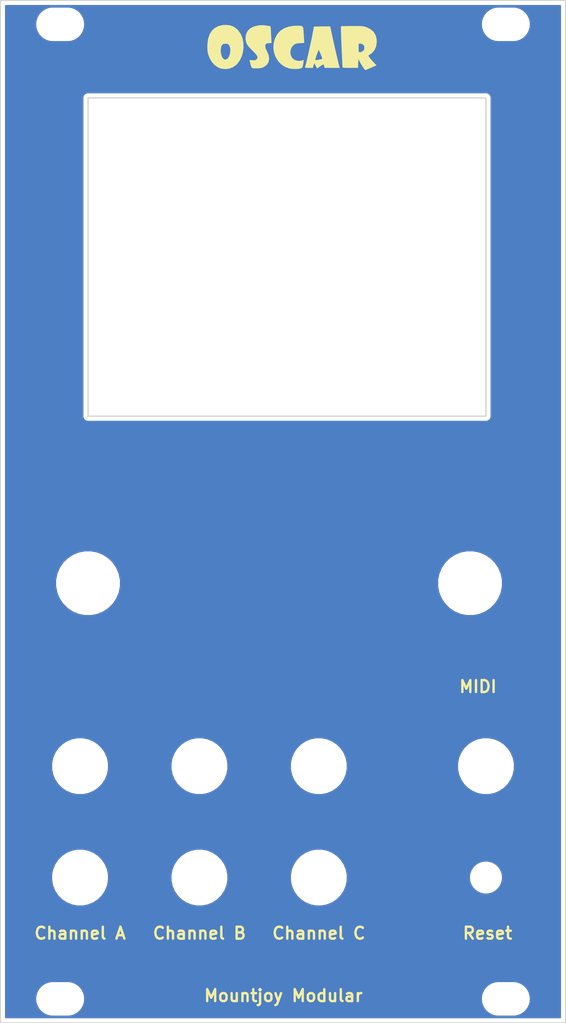
<source format=kicad_pcb>
(kicad_pcb (version 20171130) (host pcbnew "(5.1.4)-1")

  (general
    (thickness 1.6)
    (drawings 31)
    (tracks 0)
    (zones 0)
    (modules 15)
    (nets 1)
  )

  (page A4)
  (layers
    (0 F.Cu signal hide)
    (31 B.Cu signal hide)
    (34 B.Paste user)
    (35 F.Paste user)
    (36 B.SilkS user)
    (37 F.SilkS user)
    (38 B.Mask user)
    (39 F.Mask user)
    (40 Dwgs.User user)
    (41 Cmts.User user)
    (42 Eco1.User user hide)
    (43 Eco2.User user)
    (44 Edge.Cuts user)
    (45 Margin user)
    (46 B.CrtYd user)
    (47 F.CrtYd user)
    (48 B.Fab user)
    (49 F.Fab user hide)
  )

  (setup
    (last_trace_width 0.25)
    (user_trace_width 0.25)
    (user_trace_width 0.3)
    (user_trace_width 0.4)
    (trace_clearance 0.2)
    (zone_clearance 0.508)
    (zone_45_only no)
    (trace_min 0.2)
    (via_size 0.8)
    (via_drill 0.4)
    (via_min_size 0.4)
    (via_min_drill 0.3)
    (blind_buried_vias_allowed yes)
    (uvia_size 0.3)
    (uvia_drill 0.1)
    (uvias_allowed no)
    (uvia_min_size 0.2)
    (uvia_min_drill 0.1)
    (edge_width 0.05)
    (segment_width 0.2)
    (pcb_text_width 0.3)
    (pcb_text_size 1.5 1.5)
    (mod_edge_width 0.12)
    (mod_text_size 1 1)
    (mod_text_width 0.15)
    (pad_size 1.524 1.524)
    (pad_drill 0.762)
    (pad_to_mask_clearance 0.051)
    (solder_mask_min_width 0.25)
    (aux_axis_origin 0 0)
    (visible_elements 7FFFFF7F)
    (pcbplotparams
      (layerselection 0x010fc_ffffffff)
      (usegerberextensions false)
      (usegerberattributes false)
      (usegerberadvancedattributes false)
      (creategerberjobfile false)
      (excludeedgelayer true)
      (linewidth 0.100000)
      (plotframeref false)
      (viasonmask false)
      (mode 1)
      (useauxorigin false)
      (hpglpennumber 1)
      (hpglpenspeed 20)
      (hpglpendiameter 15.000000)
      (psnegative false)
      (psa4output false)
      (plotreference true)
      (plotvalue true)
      (plotinvisibletext false)
      (padsonsilk false)
      (subtractmaskfromsilk false)
      (outputformat 1)
      (mirror false)
      (drillshape 0)
      (scaleselection 1)
      (outputdirectory "Gerbers/"))
  )

  (net 0 "")

  (net_class Default "This is the default net class."
    (clearance 0.2)
    (trace_width 0.25)
    (via_dia 0.8)
    (via_drill 0.4)
    (uvia_dia 0.3)
    (uvia_drill 0.1)
  )

  (module oscar_logo:oscar_logo (layer F.Cu) (tedit 0) (tstamp 5D723FDB)
    (at 162.6 46.9)
    (fp_text reference G*** (at 0 0) (layer F.SilkS) hide
      (effects (font (size 1.524 1.524) (thickness 0.3)))
    )
    (fp_text value LOGO (at 0.75 0) (layer F.SilkS) hide
      (effects (font (size 1.524 1.524) (thickness 0.3)))
    )
    (fp_poly (pts (xy 3.492723 -2.89082) (xy 3.719085 -2.885212) (xy 3.835946 -2.875048) (xy 3.846286 -2.870052)
      (xy 3.862148 -2.761557) (xy 3.906688 -2.532083) (xy 3.975333 -2.201932) (xy 4.063511 -1.791408)
      (xy 4.166651 -1.320816) (xy 4.280181 -0.810457) (xy 4.399529 -0.280637) (xy 4.520123 0.248341)
      (xy 4.637392 0.756174) (xy 4.746764 1.222559) (xy 4.843667 1.627192) (xy 4.923529 1.949768)
      (xy 4.978688 2.159) (xy 5.024357 2.322286) (xy 3.132104 2.322286) (xy 3.084286 2.104571)
      (xy 3.034002 1.95229) (xy 2.979016 1.886902) (xy 2.977806 1.886857) (xy 2.891248 1.925162)
      (xy 2.725199 2.024766) (xy 2.549627 2.14104) (xy 2.18011 2.395223) (xy 2.005281 2.051214)
      (xy 1.830451 1.707206) (xy 1.73831 2.014746) (xy 1.646168 2.322286) (xy 1.141891 2.322286)
      (xy 0.864295 2.314913) (xy 0.712723 2.290416) (xy 0.668694 2.245228) (xy 0.671821 2.231571)
      (xy 0.715987 2.0848) (xy 0.784719 1.819926) (xy 0.87258 1.460853) (xy 0.90499 1.32382)
      (xy 1.964721 1.32382) (xy 2.017961 1.36401) (xy 2.112872 1.350605) (xy 2.302455 1.314611)
      (xy 2.536867 1.274189) (xy 2.564868 1.269631) (xy 2.743124 1.231652) (xy 2.811131 1.173125)
      (xy 2.803018 1.058629) (xy 2.796169 1.029593) (xy 2.739441 0.856244) (xy 2.643335 0.614896)
      (xy 2.564077 0.435428) (xy 2.379553 0.036286) (xy 2.200744 0.505949) (xy 2.102413 0.778346)
      (xy 2.0223 1.025619) (xy 1.98084 1.181087) (xy 1.964721 1.32382) (xy 0.90499 1.32382)
      (xy 0.974133 1.031485) (xy 1.083941 0.555729) (xy 1.19657 0.057487) (xy 1.306582 -0.439333)
      (xy 1.408541 -0.910829) (xy 1.49701 -1.333095) (xy 1.566555 -1.682226) (xy 1.588235 -1.79813)
      (xy 1.78273 -2.866572) (xy 2.814508 -2.886707) (xy 3.182613 -2.891457) (xy 3.492723 -2.89082)) (layer F.SilkS) (width 0.01))
    (fp_poly (pts (xy -4.585014 -3.037943) (xy -4.333503 -3.011954) (xy -4.072858 -2.976312) (xy -3.8461 -2.937292)
      (xy -3.696247 -2.90117) (xy -3.661667 -2.884202) (xy -3.653214 -2.809447) (xy -3.639683 -2.615989)
      (xy -3.6227 -2.330111) (xy -3.603891 -1.978098) (xy -3.596601 -1.832429) (xy -3.545796 -0.798286)
      (xy -3.836 -0.798286) (xy -4.115927 -0.760911) (xy -4.283972 -0.645575) (xy -4.341285 -0.447466)
      (xy -4.289017 -0.161768) (xy -4.128317 0.216333) (xy -4.094238 0.282639) (xy -3.900898 0.761007)
      (xy -3.840798 1.196306) (xy -3.911922 1.581424) (xy -4.112253 1.909247) (xy -4.439773 2.172665)
      (xy -4.661374 2.282536) (xy -4.884354 2.340073) (xy -5.191375 2.376167) (xy -5.522516 2.387832)
      (xy -5.817852 2.372083) (xy -5.957242 2.347096) (xy -6.046107 2.259081) (xy -6.129138 2.067653)
      (xy -6.155078 1.974515) (xy -6.214025 1.736454) (xy -6.266057 1.535788) (xy -6.281518 1.479665)
      (xy -6.296665 1.390999) (xy -6.25408 1.350867) (xy -6.12197 1.347832) (xy -5.95467 1.362091)
      (xy -5.700456 1.371618) (xy -5.535669 1.333363) (xy -5.440845 1.268179) (xy -5.327236 1.132366)
      (xy -5.294772 0.987491) (xy -5.351096 0.815717) (xy -5.503849 0.599205) (xy -5.760674 0.320118)
      (xy -5.911129 0.170442) (xy -6.241081 -0.162883) (xy -6.476054 -0.432977) (xy -6.633134 -0.668849)
      (xy -6.729404 -0.899508) (xy -6.781949 -1.153964) (xy -6.800274 -1.339292) (xy -6.769033 -1.806889)
      (xy -6.604793 -2.217696) (xy -6.31 -2.566089) (xy -6.241143 -2.623414) (xy -5.958772 -2.787409)
      (xy -5.584877 -2.923142) (xy -5.172508 -3.015152) (xy -4.784372 -3.048) (xy -4.585014 -3.037943)) (layer F.SilkS) (width 0.01))
    (fp_poly (pts (xy -0.028949 -2.969694) (xy 0.201206 -2.945859) (xy 0.339841 -2.885978) (xy 0.413758 -2.773097)
      (xy 0.44976 -2.590264) (xy 0.464123 -2.442132) (xy 0.487713 -2.139377) (xy 0.512731 -1.770214)
      (xy 0.533861 -1.41322) (xy 0.534324 -1.404559) (xy 0.56581 -0.813404) (xy 0.032587 -0.786478)
      (xy -0.305249 -0.75581) (xy -0.539393 -0.697997) (xy -0.70389 -0.608047) (xy -0.961386 -0.339609)
      (xy -1.118617 -0.013994) (xy -1.176861 0.338123) (xy -1.137396 0.686068) (xy -1.001502 0.999166)
      (xy -0.770457 1.246742) (xy -0.622889 1.334845) (xy -0.27139 1.435381) (xy 0.103213 1.435414)
      (xy 0.321847 1.380653) (xy 0.424154 1.342856) (xy 0.480786 1.34322) (xy 0.497439 1.40748)
      (xy 0.479808 1.561368) (xy 0.433587 1.830617) (xy 0.428226 1.861347) (xy 0.380273 2.111074)
      (xy 0.329593 2.255648) (xy 0.251358 2.333366) (xy 0.120737 2.382524) (xy 0.083512 2.39303)
      (xy -0.207522 2.441126) (xy -0.576809 2.457335) (xy -0.961055 2.441861) (xy -1.296964 2.394909)
      (xy -1.325556 2.388467) (xy -1.851466 2.193361) (xy -2.31531 1.881769) (xy -2.704883 1.473518)
      (xy -3.00798 0.98843) (xy -3.212398 0.446331) (xy -3.305932 -0.132955) (xy -3.276378 -0.729603)
      (xy -3.269722 -0.769566) (xy -3.099557 -1.3884) (xy -2.82346 -1.909053) (xy -2.444498 -2.329186)
      (xy -1.965737 -2.646464) (xy -1.390243 -2.858548) (xy -0.72108 -2.963103) (xy -0.377428 -2.974438)
      (xy -0.028949 -2.969694)) (layer F.SilkS) (width 0.01))
    (fp_poly (pts (xy -8.821475 -3.034352) (xy -8.405391 -2.907947) (xy -8.037212 -2.678863) (xy -7.743868 -2.403397)
      (xy -7.424897 -1.960794) (xy -7.205754 -1.439765) (xy -7.085203 -0.866064) (xy -7.062011 -0.265445)
      (xy -7.134946 0.336337) (xy -7.302773 0.913531) (xy -7.564259 1.440381) (xy -7.918171 1.891134)
      (xy -7.951131 1.923808) (xy -8.355797 2.220405) (xy -8.826542 2.405806) (xy -9.329964 2.474505)
      (xy -9.83266 2.420993) (xy -10.196286 2.293966) (xy -10.639492 2.006334) (xy -11.018586 1.603691)
      (xy -11.317704 1.107915) (xy -11.520983 0.540882) (xy -11.546375 0.431989) (xy -11.58144 0.172355)
      (xy -11.587223 0.066189) (xy -9.928608 0.066189) (xy -9.913159 0.402849) (xy -9.847159 0.727569)
      (xy -9.73286 1.004275) (xy -9.572513 1.196891) (xy -9.531889 1.224046) (xy -9.423976 1.285373)
      (xy -9.35244 1.295107) (xy -9.240083 1.256651) (xy -9.19401 1.238932) (xy -9.00796 1.100761)
      (xy -8.865566 0.865986) (xy -8.769546 0.568145) (xy -8.722618 0.240773) (xy -8.727503 -0.082592)
      (xy -8.786918 -0.368413) (xy -8.903583 -0.583153) (xy -9.038394 -0.680634) (xy -9.28492 -0.723592)
      (xy -9.543946 -0.694904) (xy -9.649138 -0.654675) (xy -9.798849 -0.498648) (xy -9.891255 -0.246335)
      (xy -9.928608 0.066189) (xy -11.587223 0.066189) (xy -11.600244 -0.172809) (xy -11.600077 -0.544524)
      (xy -11.59605 -0.649784) (xy -11.510536 -1.311882) (xy -11.325168 -1.875674) (xy -11.044177 -2.336641)
      (xy -10.671796 -2.690263) (xy -10.212255 -2.932021) (xy -9.669787 -3.057394) (xy -9.325429 -3.07505)
      (xy -8.821475 -3.034352)) (layer F.SilkS) (width 0.01))
    (fp_poly (pts (xy 6.62819 -2.938424) (xy 7.119279 -2.936987) (xy 7.490934 -2.931645) (xy 7.768859 -2.919978)
      (xy 7.978755 -2.899568) (xy 8.146324 -2.867995) (xy 8.297269 -2.822842) (xy 8.442377 -2.767698)
      (xy 8.933114 -2.511959) (xy 9.297237 -2.187085) (xy 9.538687 -1.787358) (xy 9.661404 -1.30706)
      (xy 9.679646 -0.972573) (xy 9.615053 -0.430924) (xy 9.429541 0.030834) (xy 9.121791 0.415047)
      (xy 8.740101 0.695958) (xy 8.653868 0.756791) (xy 8.648104 0.826737) (xy 8.723122 0.957436)
      (xy 8.741865 0.986244) (xy 8.86098 1.144322) (xy 9.043848 1.360207) (xy 9.252036 1.588628)
      (xy 9.263324 1.600515) (xy 9.647006 2.003601) (xy 8.980928 2.289943) (xy 8.694174 2.413239)
      (xy 8.458387 2.51466) (xy 8.304758 2.580788) (xy 8.263932 2.598403) (xy 8.198104 2.556524)
      (xy 8.084119 2.425229) (xy 7.99884 2.308117) (xy 7.839979 2.059698) (xy 7.667002 1.764649)
      (xy 7.575334 1.596571) (xy 7.366 1.197428) (xy 7.344804 1.759857) (xy 7.323609 2.322286)
      (xy 6.346947 2.322286) (xy 5.95273 2.320798) (xy 5.681126 2.31431) (xy 5.509622 2.299787)
      (xy 5.415701 2.274192) (xy 5.376849 2.234489) (xy 5.370286 2.190589) (xy 5.367054 2.088736)
      (xy 5.35788 1.859794) (xy 5.343539 1.521664) (xy 5.324812 1.092244) (xy 5.302475 0.589434)
      (xy 5.277307 0.031132) (xy 5.25791 -0.394273) (xy 5.243507 -0.725714) (xy 7.402286 -0.725714)
      (xy 7.402286 -0.181429) (xy 7.404816 0.095576) (xy 7.418822 0.257971) (xy 7.453931 0.336279)
      (xy 7.519766 0.361022) (xy 7.573927 0.362857) (xy 7.751513 0.318593) (xy 7.936784 0.212447)
      (xy 8.075817 0.059028) (xy 8.125811 -0.142273) (xy 8.128 -0.218867) (xy 8.070734 -0.484813)
      (xy 7.905337 -0.656589) (xy 7.641412 -0.724909) (xy 7.603852 -0.725714) (xy 7.402286 -0.725714)
      (xy 5.243507 -0.725714) (xy 5.2326 -0.97667) (xy 5.211947 -1.512341) (xy 5.196407 -1.98419)
      (xy 5.186434 -2.375118) (xy 5.182485 -2.668029) (xy 5.185015 -2.845824) (xy 5.191386 -2.893291)
      (xy 5.27502 -2.907524) (xy 5.480615 -2.919882) (xy 5.784993 -2.929638) (xy 6.164977 -2.936062)
      (xy 6.59739 -2.938428) (xy 6.62819 -2.938424)) (layer F.SilkS) (width 0.01))
  )

  (module Custom_Footprints:Alpha_9mm_pot_hole (layer F.Cu) (tedit 5D714505) (tstamp 5D7146C7)
    (at 136 114)
    (descr "Mounting Hole 7mm")
    (tags "mounting hole 7mm")
    (fp_text reference Ref** (at 0 -6.8) (layer F.SilkS) hide
      (effects (font (size 1 1) (thickness 0.15)))
    )
    (fp_text value Alpha_9mm_pot_hole (at 0 7) (layer F.Fab) hide
      (effects (font (size 1 1) (thickness 0.15)))
    )
    (fp_circle (center 0 0) (end 6 0) (layer F.CrtYd) (width 0.05))
    (fp_circle (center 0 0) (end 3.5 0) (layer Cmts.User) (width 0.15))
    (pad "" np_thru_hole circle (at 0 0) (size 7 7) (drill 7) (layers *.Cu *.Mask))
  )

  (module Custom_Footprints:Oval_Mounting_Hole (layer F.Cu) (tedit 5C93BEBC) (tstamp 5D72409D)
    (at 188.5 166.25)
    (descr "Mounting Hole 6mm, no annular")
    (tags "mounting hole 6mm no annular")
    (fp_text reference Ref** (at 0 -3.5) (layer F.SilkS) hide
      (effects (font (size 1 1) (thickness 0.15)))
    )
    (fp_text value Oval_Mounting_Hole (at 0 5.08) (layer F.Fab)
      (effects (font (size 1 1) (thickness 0.15)))
    )
    (fp_line (start 5.08 -3) (end 7.5 -3) (layer Dwgs.User) (width 0.15))
    (fp_line (start 5.08 3) (end 7.5 3) (layer Dwgs.User) (width 0.15))
    (fp_line (start 7.5 1.27) (end 7.5 3) (layer Dwgs.User) (width 0.15))
    (fp_line (start 7.5 -3) (end 7.5 -1.27) (layer Dwgs.User) (width 0.15))
    (fp_line (start -7.5 3) (end -5.08 3) (layer Dwgs.User) (width 0.15))
    (fp_line (start -7.5 -3) (end -5.08 -3) (layer Dwgs.User) (width 0.15))
    (fp_line (start -7.5 1.27) (end -7.5 3) (layer Dwgs.User) (width 0.15))
    (fp_line (start -7.5 -3) (end -7.5 -1.27) (layer Dwgs.User) (width 0.15))
    (fp_circle (center 0 0) (end 1.54 0) (layer Cmts.User) (width 0.15))
    (pad "" np_thru_hole oval (at 0 0) (size 5 3.2) (drill oval 5 3.2) (layers *.Cu *.Mask))
  )

  (module Custom_Footprints:Oval_Mounting_Hole (layer F.Cu) (tedit 5C93BEBC) (tstamp 5D724068)
    (at 132.5 166.25)
    (descr "Mounting Hole 6mm, no annular")
    (tags "mounting hole 6mm no annular")
    (fp_text reference Ref** (at 0 -3.5) (layer F.SilkS) hide
      (effects (font (size 1 1) (thickness 0.15)))
    )
    (fp_text value Oval_Mounting_Hole (at 0 5.08) (layer F.Fab)
      (effects (font (size 1 1) (thickness 0.15)))
    )
    (fp_circle (center 0 0) (end 1.54 0) (layer Cmts.User) (width 0.15))
    (fp_line (start -7.5 -3) (end -7.5 -1.27) (layer Dwgs.User) (width 0.15))
    (fp_line (start -7.5 1.27) (end -7.5 3) (layer Dwgs.User) (width 0.15))
    (fp_line (start -7.5 -3) (end -5.08 -3) (layer Dwgs.User) (width 0.15))
    (fp_line (start -7.5 3) (end -5.08 3) (layer Dwgs.User) (width 0.15))
    (fp_line (start 7.5 -3) (end 7.5 -1.27) (layer Dwgs.User) (width 0.15))
    (fp_line (start 7.5 1.27) (end 7.5 3) (layer Dwgs.User) (width 0.15))
    (fp_line (start 5.08 3) (end 7.5 3) (layer Dwgs.User) (width 0.15))
    (fp_line (start 5.08 -3) (end 7.5 -3) (layer Dwgs.User) (width 0.15))
    (pad "" np_thru_hole oval (at 0 0) (size 5 3.2) (drill oval 5 3.2) (layers *.Cu *.Mask))
  )

  (module Custom_Footprints:Oval_Mounting_Hole (layer F.Cu) (tedit 5C93BEBC) (tstamp 5D724033)
    (at 188.5 43.75)
    (descr "Mounting Hole 6mm, no annular")
    (tags "mounting hole 6mm no annular")
    (fp_text reference Ref** (at 0 -3.5) (layer F.SilkS) hide
      (effects (font (size 1 1) (thickness 0.15)))
    )
    (fp_text value Oval_Mounting_Hole (at 0 5.08) (layer F.Fab)
      (effects (font (size 1 1) (thickness 0.15)))
    )
    (fp_circle (center 0 0) (end 1.54 0) (layer Cmts.User) (width 0.15))
    (fp_line (start -7.5 -3) (end -7.5 -1.27) (layer Dwgs.User) (width 0.15))
    (fp_line (start -7.5 1.27) (end -7.5 3) (layer Dwgs.User) (width 0.15))
    (fp_line (start -7.5 -3) (end -5.08 -3) (layer Dwgs.User) (width 0.15))
    (fp_line (start -7.5 3) (end -5.08 3) (layer Dwgs.User) (width 0.15))
    (fp_line (start 7.5 -3) (end 7.5 -1.27) (layer Dwgs.User) (width 0.15))
    (fp_line (start 7.5 1.27) (end 7.5 3) (layer Dwgs.User) (width 0.15))
    (fp_line (start 5.08 3) (end 7.5 3) (layer Dwgs.User) (width 0.15))
    (fp_line (start 5.08 -3) (end 7.5 -3) (layer Dwgs.User) (width 0.15))
    (pad "" np_thru_hole oval (at 0 0) (size 5 3.2) (drill oval 5 3.2) (layers *.Cu *.Mask))
  )

  (module Custom_Footprints:Oval_Mounting_Hole (layer F.Cu) (tedit 5C93BEBC) (tstamp 5D724024)
    (at 132.5 43.75)
    (descr "Mounting Hole 6mm, no annular")
    (tags "mounting hole 6mm no annular")
    (fp_text reference Ref** (at 0 -3.5) (layer F.SilkS) hide
      (effects (font (size 1 1) (thickness 0.15)))
    )
    (fp_text value Oval_Mounting_Hole (at 0 5.08) (layer F.Fab)
      (effects (font (size 1 1) (thickness 0.15)))
    )
    (fp_line (start 5.08 -3) (end 7.5 -3) (layer Dwgs.User) (width 0.15))
    (fp_line (start 5.08 3) (end 7.5 3) (layer Dwgs.User) (width 0.15))
    (fp_line (start 7.5 1.27) (end 7.5 3) (layer Dwgs.User) (width 0.15))
    (fp_line (start 7.5 -3) (end 7.5 -1.27) (layer Dwgs.User) (width 0.15))
    (fp_line (start -7.5 3) (end -5.08 3) (layer Dwgs.User) (width 0.15))
    (fp_line (start -7.5 -3) (end -5.08 -3) (layer Dwgs.User) (width 0.15))
    (fp_line (start -7.5 1.27) (end -7.5 3) (layer Dwgs.User) (width 0.15))
    (fp_line (start -7.5 -3) (end -7.5 -1.27) (layer Dwgs.User) (width 0.15))
    (fp_circle (center 0 0) (end 1.54 0) (layer Cmts.User) (width 0.15))
    (pad "" np_thru_hole oval (at 0 0) (size 5 3.2) (drill oval 5 3.2) (layers *.Cu *.Mask))
  )

  (module Custom_Footprints:Alpha_9mm_pot_hole (layer F.Cu) (tedit 5D714505) (tstamp 5D714682)
    (at 184 114)
    (descr "Mounting Hole 7mm")
    (tags "mounting hole 7mm")
    (fp_text reference Ref** (at 0 -6.8) (layer F.SilkS) hide
      (effects (font (size 1 1) (thickness 0.15)))
    )
    (fp_text value Alpha_9mm_pot_hole (at 0 7) (layer F.Fab) hide
      (effects (font (size 1 1) (thickness 0.15)))
    )
    (fp_circle (center 0 0) (end 3.5 0) (layer Cmts.User) (width 0.15))
    (fp_circle (center 0 0) (end 6 0) (layer F.CrtYd) (width 0.05))
    (pad "" np_thru_hole circle (at 0 0) (size 7 7) (drill 7) (layers *.Cu *.Mask))
  )

  (module Custom_Footprints:Sub_Miniature_Switch_MountingHole_3mm (layer F.Cu) (tedit 5D7142DE) (tstamp 5D7143EB)
    (at 186 151)
    (descr "Mounting Hole 6mm, no annular")
    (tags "mounting hole 6mm no annular")
    (fp_text reference Ref** (at 0 -5.4) (layer F.SilkS) hide
      (effects (font (size 1 1) (thickness 0.15)))
    )
    (fp_text value Subminiature_Switch (at 0 5.1) (layer F.Fab) hide
      (effects (font (size 1 1) (thickness 0.15)))
    )
    (fp_circle (center 0 0) (end 1.5 0) (layer Cmts.User) (width 0.15))
    (fp_circle (center 0 0) (end 1.6 0) (layer F.CrtYd) (width 0.05))
    (pad "" np_thru_hole circle (at 0 0) (size 3 3) (drill 3) (layers *.Cu *.Mask))
  )

  (module Custom_Footprints:Thonkiconn_Socket_MountingHole_6mm (layer F.Cu) (tedit 5C92C29C) (tstamp 5D713704)
    (at 165 151)
    (descr "Mounting Hole 6mm, no annular")
    (tags "mounting hole 6mm no annular")
    (fp_text reference Ref** (at 0 -5.8) (layer F.SilkS) hide
      (effects (font (size 1 1) (thickness 0.15)))
    )
    (fp_text value Thonkiconn_Socket_MountingHole_6mm (at 0 5.825) (layer F.Fab)
      (effects (font (size 1 1) (thickness 0.15)))
    )
    (fp_circle (center 0 0) (end 4.5 0) (layer F.CrtYd) (width 0.05))
    (pad "" np_thru_hole circle (at 0 0) (size 6 6) (drill 6) (layers *.Cu *.Mask))
  )

  (module Custom_Footprints:Thonkiconn_Socket_MountingHole_6mm (layer F.Cu) (tedit 5C92C29C) (tstamp 5D7136DD)
    (at 150 151)
    (descr "Mounting Hole 6mm, no annular")
    (tags "mounting hole 6mm no annular")
    (fp_text reference Ref** (at 0 -5.8) (layer F.SilkS) hide
      (effects (font (size 1 1) (thickness 0.15)))
    )
    (fp_text value Thonkiconn_Socket_MountingHole_6mm (at 0 5.825) (layer F.Fab)
      (effects (font (size 1 1) (thickness 0.15)))
    )
    (fp_circle (center 0 0) (end 4.5 0) (layer F.CrtYd) (width 0.05))
    (pad "" np_thru_hole circle (at 0 0) (size 6 6) (drill 6) (layers *.Cu *.Mask))
  )

  (module Custom_Footprints:Thonkiconn_Socket_MountingHole_6mm (layer F.Cu) (tedit 5C92C29C) (tstamp 5D7136AF)
    (at 135 151)
    (descr "Mounting Hole 6mm, no annular")
    (tags "mounting hole 6mm no annular")
    (fp_text reference Ref** (at 0 -5.8) (layer F.SilkS) hide
      (effects (font (size 1 1) (thickness 0.15)))
    )
    (fp_text value Thonkiconn_Socket_MountingHole_6mm (at 0 5.825) (layer F.Fab)
      (effects (font (size 1 1) (thickness 0.15)))
    )
    (fp_circle (center 0 0) (end 4.5 0) (layer F.CrtYd) (width 0.05))
    (pad "" np_thru_hole circle (at 0 0) (size 6 6) (drill 6) (layers *.Cu *.Mask))
  )

  (module Custom_Footprints:Thonkiconn_Socket_MountingHole_6mm (layer F.Cu) (tedit 5C92C29C) (tstamp 5D713638)
    (at 186 137)
    (descr "Mounting Hole 6mm, no annular")
    (tags "mounting hole 6mm no annular")
    (fp_text reference Ref** (at 0 -5.8) (layer F.SilkS) hide
      (effects (font (size 1 1) (thickness 0.15)))
    )
    (fp_text value Thonkiconn_Socket_MountingHole_6mm (at 0 5.825) (layer F.Fab)
      (effects (font (size 1 1) (thickness 0.15)))
    )
    (fp_circle (center 0 0) (end 4.5 0) (layer F.CrtYd) (width 0.05))
    (pad "" np_thru_hole circle (at 0 0) (size 6 6) (drill 6) (layers *.Cu *.Mask))
  )

  (module Custom_Footprints:Thonkiconn_Socket_MountingHole_6mm (layer F.Cu) (tedit 5C92C29C) (tstamp 5D713611)
    (at 165 137)
    (descr "Mounting Hole 6mm, no annular")
    (tags "mounting hole 6mm no annular")
    (fp_text reference Ref** (at 0 -5.8) (layer F.SilkS) hide
      (effects (font (size 1 1) (thickness 0.15)))
    )
    (fp_text value Thonkiconn_Socket_MountingHole_6mm (at 0 5.825) (layer F.Fab)
      (effects (font (size 1 1) (thickness 0.15)))
    )
    (fp_circle (center 0 0) (end 4.5 0) (layer F.CrtYd) (width 0.05))
    (pad "" np_thru_hole circle (at 0 0) (size 6 6) (drill 6) (layers *.Cu *.Mask))
  )

  (module Custom_Footprints:Thonkiconn_Socket_MountingHole_6mm (layer F.Cu) (tedit 5C92C29C) (tstamp 5D7135EA)
    (at 150 137)
    (descr "Mounting Hole 6mm, no annular")
    (tags "mounting hole 6mm no annular")
    (fp_text reference Ref** (at 0 -5.8) (layer F.SilkS) hide
      (effects (font (size 1 1) (thickness 0.15)))
    )
    (fp_text value Thonkiconn_Socket_MountingHole_6mm (at 0 5.825) (layer F.Fab)
      (effects (font (size 1 1) (thickness 0.15)))
    )
    (fp_circle (center 0 0) (end 4.5 0) (layer F.CrtYd) (width 0.05))
    (pad "" np_thru_hole circle (at 0 0) (size 6 6) (drill 6) (layers *.Cu *.Mask))
  )

  (module Custom_Footprints:Thonkiconn_Socket_MountingHole_6mm (layer F.Cu) (tedit 5C92C29C) (tstamp 5D712D64)
    (at 135 137)
    (descr "Mounting Hole 6mm, no annular")
    (tags "mounting hole 6mm no annular")
    (fp_text reference Ref** (at 0 -5.8) (layer F.SilkS) hide
      (effects (font (size 1 1) (thickness 0.15)))
    )
    (fp_text value Thonkiconn_Socket_MountingHole_6mm (at 0 5.825) (layer F.Fab)
      (effects (font (size 1 1) (thickness 0.15)))
    )
    (fp_circle (center 0 0) (end 4.5 0) (layer F.CrtYd) (width 0.05))
    (pad "" np_thru_hole circle (at 0 0) (size 6 6) (drill 6) (layers *.Cu *.Mask))
  )

  (gr_line (start 136 125) (end 136 106.6) (layer Eco1.User) (width 0.12) (tstamp 5D7146BA))
  (gr_line (start 127.4 114) (end 193.5 114) (layer Eco1.User) (width 0.15))
  (gr_line (start 184 121.5) (end 184 103.1) (layer Eco1.User) (width 0.12))
  (gr_line (start 186 132.6) (end 186 154.4) (layer Eco1.User) (width 0.15))
  (gr_line (start 165 132.9) (end 165 155.5) (layer Eco1.User) (width 0.15))
  (gr_line (start 150 133.4) (end 150 155.4) (layer Eco1.User) (width 0.15))
  (gr_line (start 130.5 151) (end 194.3 151) (layer Eco1.User) (width 0.15))
  (gr_line (start 135 132.9) (end 135 154.9) (layer Eco1.User) (width 0.15))
  (gr_line (start 130.6 137) (end 188.9 137) (layer Eco1.User) (width 0.15))
  (gr_line (start 186 93) (end 136 93) (layer Edge.Cuts) (width 0.15) (tstamp 5D7121D2))
  (gr_line (start 186 53) (end 186 93) (layer Edge.Cuts) (width 0.15) (tstamp 5D7121D1))
  (gr_line (start 136 93) (end 136 53) (layer Edge.Cuts) (width 0.15) (tstamp 5D7121D0))
  (gr_line (start 136 53) (end 186 53) (layer Edge.Cuts) (width 0.15) (tstamp 5D7121CF))
  (gr_line (start 136 93) (end 136 53) (layer Eco1.User) (width 0.15) (tstamp 5D711E6C))
  (gr_line (start 186 93) (end 136 93) (layer Eco1.User) (width 0.15))
  (gr_line (start 186 53) (end 186 93) (layer Eco1.User) (width 0.15))
  (gr_line (start 136 53) (end 186 53) (layer Eco1.User) (width 0.15))
  (gr_line (start 196 40.75) (end 196 169.25) (layer Edge.Cuts) (width 0.12) (tstamp 5D711911))
  (gr_line (start 125 169.25) (end 196 169.25) (layer Edge.Cuts) (width 0.12) (tstamp 5D711ED8))
  (gr_line (start 125 40.75) (end 196 40.75) (layer Edge.Cuts) (width 0.12) (tstamp 5D71190F))
  (gr_line (start 125 40.75) (end 125 169.25) (layer Edge.Cuts) (width 0.12) (tstamp 5D71190E))
  (gr_text "Mountjoy Modular" (at 150.421429 165.85) (layer F.SilkS)
    (effects (font (size 1.5 1.5) (thickness 0.3)) (justify left))
  )
  (gr_text MIDI (at 185 127) (layer F.SilkS) (tstamp 5D3C96C0)
    (effects (font (size 1.5 1.5) (thickness 0.3)))
  )
  (gr_text Reset (at 186.2 158) (layer F.SilkS) (tstamp 5D3C96BD)
    (effects (font (size 1.5 1.5) (thickness 0.3)))
  )
  (gr_text "Channel C" (at 165 158) (layer F.SilkS) (tstamp 5D3C96B8)
    (effects (font (size 1.5 1.5) (thickness 0.3)))
  )
  (gr_text "Channel B" (at 150 158) (layer F.SilkS) (tstamp 5D3C96B6)
    (effects (font (size 1.5 1.5) (thickness 0.3)))
  )
  (gr_text "Channel A" (at 135 158) (layer F.SilkS)
    (effects (font (size 1.5 1.5) (thickness 0.3)))
  )
  (gr_line (start 125 160) (end 196 160) (layer Eco1.User) (width 0.12) (tstamp 5D2F7B8D))
  (gr_line (start 196 50) (end 196 160) (layer Eco1.User) (width 0.12) (tstamp 5D2F7B8C))
  (gr_line (start 125 50) (end 196 50) (layer Eco1.User) (width 0.12) (tstamp 5D2F7B7C))
  (gr_line (start 125 50) (end 125 160) (layer Eco1.User) (width 0.12))

  (zone (net 0) (net_name "") (layer B.Cu) (tstamp 5D701F4C) (hatch edge 0.508)
    (connect_pads (clearance 0.508))
    (min_thickness 0.254)
    (fill yes (arc_segments 32) (thermal_gap 0.508) (thermal_bridge_width 0.508))
    (polygon
      (pts
        (xy 196 40.8) (xy 125 40.8) (xy 125 169.2) (xy 196 169.2)
      )
    )
    (filled_polygon
      (pts
        (xy 195.305001 168.555) (xy 125.695 168.555) (xy 125.695 166.25) (xy 129.354186 166.25) (xy 129.397339 166.688137)
        (xy 129.525138 167.109436) (xy 129.732674 167.497707) (xy 130.01197 167.83803) (xy 130.352293 168.117326) (xy 130.740564 168.324862)
        (xy 131.161863 168.452661) (xy 131.490204 168.485) (xy 133.509796 168.485) (xy 133.838137 168.452661) (xy 134.259436 168.324862)
        (xy 134.647707 168.117326) (xy 134.98803 167.83803) (xy 135.267326 167.497707) (xy 135.474862 167.109436) (xy 135.602661 166.688137)
        (xy 135.645814 166.25) (xy 185.354186 166.25) (xy 185.397339 166.688137) (xy 185.525138 167.109436) (xy 185.732674 167.497707)
        (xy 186.01197 167.83803) (xy 186.352293 168.117326) (xy 186.740564 168.324862) (xy 187.161863 168.452661) (xy 187.490204 168.485)
        (xy 189.509796 168.485) (xy 189.838137 168.452661) (xy 190.259436 168.324862) (xy 190.647707 168.117326) (xy 190.98803 167.83803)
        (xy 191.267326 167.497707) (xy 191.474862 167.109436) (xy 191.602661 166.688137) (xy 191.645814 166.25) (xy 191.602661 165.811863)
        (xy 191.474862 165.390564) (xy 191.267326 165.002293) (xy 190.98803 164.66197) (xy 190.647707 164.382674) (xy 190.259436 164.175138)
        (xy 189.838137 164.047339) (xy 189.509796 164.015) (xy 187.490204 164.015) (xy 187.161863 164.047339) (xy 186.740564 164.175138)
        (xy 186.352293 164.382674) (xy 186.01197 164.66197) (xy 185.732674 165.002293) (xy 185.525138 165.390564) (xy 185.397339 165.811863)
        (xy 185.354186 166.25) (xy 135.645814 166.25) (xy 135.602661 165.811863) (xy 135.474862 165.390564) (xy 135.267326 165.002293)
        (xy 134.98803 164.66197) (xy 134.647707 164.382674) (xy 134.259436 164.175138) (xy 133.838137 164.047339) (xy 133.509796 164.015)
        (xy 131.490204 164.015) (xy 131.161863 164.047339) (xy 130.740564 164.175138) (xy 130.352293 164.382674) (xy 130.01197 164.66197)
        (xy 129.732674 165.002293) (xy 129.525138 165.390564) (xy 129.397339 165.811863) (xy 129.354186 166.25) (xy 125.695 166.25)
        (xy 125.695 150.641984) (xy 131.365 150.641984) (xy 131.365 151.358016) (xy 131.504691 152.06029) (xy 131.778705 152.721818)
        (xy 132.176511 153.317177) (xy 132.682823 153.823489) (xy 133.278182 154.221295) (xy 133.93971 154.495309) (xy 134.641984 154.635)
        (xy 135.358016 154.635) (xy 136.06029 154.495309) (xy 136.721818 154.221295) (xy 137.317177 153.823489) (xy 137.823489 153.317177)
        (xy 138.221295 152.721818) (xy 138.495309 152.06029) (xy 138.635 151.358016) (xy 138.635 150.641984) (xy 146.365 150.641984)
        (xy 146.365 151.358016) (xy 146.504691 152.06029) (xy 146.778705 152.721818) (xy 147.176511 153.317177) (xy 147.682823 153.823489)
        (xy 148.278182 154.221295) (xy 148.93971 154.495309) (xy 149.641984 154.635) (xy 150.358016 154.635) (xy 151.06029 154.495309)
        (xy 151.721818 154.221295) (xy 152.317177 153.823489) (xy 152.823489 153.317177) (xy 153.221295 152.721818) (xy 153.495309 152.06029)
        (xy 153.635 151.358016) (xy 153.635 150.641984) (xy 161.365 150.641984) (xy 161.365 151.358016) (xy 161.504691 152.06029)
        (xy 161.778705 152.721818) (xy 162.176511 153.317177) (xy 162.682823 153.823489) (xy 163.278182 154.221295) (xy 163.93971 154.495309)
        (xy 164.641984 154.635) (xy 165.358016 154.635) (xy 166.06029 154.495309) (xy 166.721818 154.221295) (xy 167.317177 153.823489)
        (xy 167.823489 153.317177) (xy 168.221295 152.721818) (xy 168.495309 152.06029) (xy 168.635 151.358016) (xy 168.635 150.789721)
        (xy 183.865 150.789721) (xy 183.865 151.210279) (xy 183.947047 151.622756) (xy 184.107988 152.011302) (xy 184.341637 152.360983)
        (xy 184.639017 152.658363) (xy 184.988698 152.892012) (xy 185.377244 153.052953) (xy 185.789721 153.135) (xy 186.210279 153.135)
        (xy 186.622756 153.052953) (xy 187.011302 152.892012) (xy 187.360983 152.658363) (xy 187.658363 152.360983) (xy 187.892012 152.011302)
        (xy 188.052953 151.622756) (xy 188.135 151.210279) (xy 188.135 150.789721) (xy 188.052953 150.377244) (xy 187.892012 149.988698)
        (xy 187.658363 149.639017) (xy 187.360983 149.341637) (xy 187.011302 149.107988) (xy 186.622756 148.947047) (xy 186.210279 148.865)
        (xy 185.789721 148.865) (xy 185.377244 148.947047) (xy 184.988698 149.107988) (xy 184.639017 149.341637) (xy 184.341637 149.639017)
        (xy 184.107988 149.988698) (xy 183.947047 150.377244) (xy 183.865 150.789721) (xy 168.635 150.789721) (xy 168.635 150.641984)
        (xy 168.495309 149.93971) (xy 168.221295 149.278182) (xy 167.823489 148.682823) (xy 167.317177 148.176511) (xy 166.721818 147.778705)
        (xy 166.06029 147.504691) (xy 165.358016 147.365) (xy 164.641984 147.365) (xy 163.93971 147.504691) (xy 163.278182 147.778705)
        (xy 162.682823 148.176511) (xy 162.176511 148.682823) (xy 161.778705 149.278182) (xy 161.504691 149.93971) (xy 161.365 150.641984)
        (xy 153.635 150.641984) (xy 153.495309 149.93971) (xy 153.221295 149.278182) (xy 152.823489 148.682823) (xy 152.317177 148.176511)
        (xy 151.721818 147.778705) (xy 151.06029 147.504691) (xy 150.358016 147.365) (xy 149.641984 147.365) (xy 148.93971 147.504691)
        (xy 148.278182 147.778705) (xy 147.682823 148.176511) (xy 147.176511 148.682823) (xy 146.778705 149.278182) (xy 146.504691 149.93971)
        (xy 146.365 150.641984) (xy 138.635 150.641984) (xy 138.495309 149.93971) (xy 138.221295 149.278182) (xy 137.823489 148.682823)
        (xy 137.317177 148.176511) (xy 136.721818 147.778705) (xy 136.06029 147.504691) (xy 135.358016 147.365) (xy 134.641984 147.365)
        (xy 133.93971 147.504691) (xy 133.278182 147.778705) (xy 132.682823 148.176511) (xy 132.176511 148.682823) (xy 131.778705 149.278182)
        (xy 131.504691 149.93971) (xy 131.365 150.641984) (xy 125.695 150.641984) (xy 125.695 136.641984) (xy 131.365 136.641984)
        (xy 131.365 137.358016) (xy 131.504691 138.06029) (xy 131.778705 138.721818) (xy 132.176511 139.317177) (xy 132.682823 139.823489)
        (xy 133.278182 140.221295) (xy 133.93971 140.495309) (xy 134.641984 140.635) (xy 135.358016 140.635) (xy 136.06029 140.495309)
        (xy 136.721818 140.221295) (xy 137.317177 139.823489) (xy 137.823489 139.317177) (xy 138.221295 138.721818) (xy 138.495309 138.06029)
        (xy 138.635 137.358016) (xy 138.635 136.641984) (xy 146.365 136.641984) (xy 146.365 137.358016) (xy 146.504691 138.06029)
        (xy 146.778705 138.721818) (xy 147.176511 139.317177) (xy 147.682823 139.823489) (xy 148.278182 140.221295) (xy 148.93971 140.495309)
        (xy 149.641984 140.635) (xy 150.358016 140.635) (xy 151.06029 140.495309) (xy 151.721818 140.221295) (xy 152.317177 139.823489)
        (xy 152.823489 139.317177) (xy 153.221295 138.721818) (xy 153.495309 138.06029) (xy 153.635 137.358016) (xy 153.635 136.641984)
        (xy 161.365 136.641984) (xy 161.365 137.358016) (xy 161.504691 138.06029) (xy 161.778705 138.721818) (xy 162.176511 139.317177)
        (xy 162.682823 139.823489) (xy 163.278182 140.221295) (xy 163.93971 140.495309) (xy 164.641984 140.635) (xy 165.358016 140.635)
        (xy 166.06029 140.495309) (xy 166.721818 140.221295) (xy 167.317177 139.823489) (xy 167.823489 139.317177) (xy 168.221295 138.721818)
        (xy 168.495309 138.06029) (xy 168.635 137.358016) (xy 168.635 136.641984) (xy 182.365 136.641984) (xy 182.365 137.358016)
        (xy 182.504691 138.06029) (xy 182.778705 138.721818) (xy 183.176511 139.317177) (xy 183.682823 139.823489) (xy 184.278182 140.221295)
        (xy 184.93971 140.495309) (xy 185.641984 140.635) (xy 186.358016 140.635) (xy 187.06029 140.495309) (xy 187.721818 140.221295)
        (xy 188.317177 139.823489) (xy 188.823489 139.317177) (xy 189.221295 138.721818) (xy 189.495309 138.06029) (xy 189.635 137.358016)
        (xy 189.635 136.641984) (xy 189.495309 135.93971) (xy 189.221295 135.278182) (xy 188.823489 134.682823) (xy 188.317177 134.176511)
        (xy 187.721818 133.778705) (xy 187.06029 133.504691) (xy 186.358016 133.365) (xy 185.641984 133.365) (xy 184.93971 133.504691)
        (xy 184.278182 133.778705) (xy 183.682823 134.176511) (xy 183.176511 134.682823) (xy 182.778705 135.278182) (xy 182.504691 135.93971)
        (xy 182.365 136.641984) (xy 168.635 136.641984) (xy 168.495309 135.93971) (xy 168.221295 135.278182) (xy 167.823489 134.682823)
        (xy 167.317177 134.176511) (xy 166.721818 133.778705) (xy 166.06029 133.504691) (xy 165.358016 133.365) (xy 164.641984 133.365)
        (xy 163.93971 133.504691) (xy 163.278182 133.778705) (xy 162.682823 134.176511) (xy 162.176511 134.682823) (xy 161.778705 135.278182)
        (xy 161.504691 135.93971) (xy 161.365 136.641984) (xy 153.635 136.641984) (xy 153.495309 135.93971) (xy 153.221295 135.278182)
        (xy 152.823489 134.682823) (xy 152.317177 134.176511) (xy 151.721818 133.778705) (xy 151.06029 133.504691) (xy 150.358016 133.365)
        (xy 149.641984 133.365) (xy 148.93971 133.504691) (xy 148.278182 133.778705) (xy 147.682823 134.176511) (xy 147.176511 134.682823)
        (xy 146.778705 135.278182) (xy 146.504691 135.93971) (xy 146.365 136.641984) (xy 138.635 136.641984) (xy 138.495309 135.93971)
        (xy 138.221295 135.278182) (xy 137.823489 134.682823) (xy 137.317177 134.176511) (xy 136.721818 133.778705) (xy 136.06029 133.504691)
        (xy 135.358016 133.365) (xy 134.641984 133.365) (xy 133.93971 133.504691) (xy 133.278182 133.778705) (xy 132.682823 134.176511)
        (xy 132.176511 134.682823) (xy 131.778705 135.278182) (xy 131.504691 135.93971) (xy 131.365 136.641984) (xy 125.695 136.641984)
        (xy 125.695 113.592738) (xy 131.865 113.592738) (xy 131.865 114.407262) (xy 132.023906 115.206135) (xy 132.335611 115.958657)
        (xy 132.788136 116.635909) (xy 133.364091 117.211864) (xy 134.041343 117.664389) (xy 134.793865 117.976094) (xy 135.592738 118.135)
        (xy 136.407262 118.135) (xy 137.206135 117.976094) (xy 137.958657 117.664389) (xy 138.635909 117.211864) (xy 139.211864 116.635909)
        (xy 139.664389 115.958657) (xy 139.976094 115.206135) (xy 140.135 114.407262) (xy 140.135 113.592738) (xy 179.865 113.592738)
        (xy 179.865 114.407262) (xy 180.023906 115.206135) (xy 180.335611 115.958657) (xy 180.788136 116.635909) (xy 181.364091 117.211864)
        (xy 182.041343 117.664389) (xy 182.793865 117.976094) (xy 183.592738 118.135) (xy 184.407262 118.135) (xy 185.206135 117.976094)
        (xy 185.958657 117.664389) (xy 186.635909 117.211864) (xy 187.211864 116.635909) (xy 187.664389 115.958657) (xy 187.976094 115.206135)
        (xy 188.135 114.407262) (xy 188.135 113.592738) (xy 187.976094 112.793865) (xy 187.664389 112.041343) (xy 187.211864 111.364091)
        (xy 186.635909 110.788136) (xy 185.958657 110.335611) (xy 185.206135 110.023906) (xy 184.407262 109.865) (xy 183.592738 109.865)
        (xy 182.793865 110.023906) (xy 182.041343 110.335611) (xy 181.364091 110.788136) (xy 180.788136 111.364091) (xy 180.335611 112.041343)
        (xy 180.023906 112.793865) (xy 179.865 113.592738) (xy 140.135 113.592738) (xy 139.976094 112.793865) (xy 139.664389 112.041343)
        (xy 139.211864 111.364091) (xy 138.635909 110.788136) (xy 137.958657 110.335611) (xy 137.206135 110.023906) (xy 136.407262 109.865)
        (xy 135.592738 109.865) (xy 134.793865 110.023906) (xy 134.041343 110.335611) (xy 133.364091 110.788136) (xy 132.788136 111.364091)
        (xy 132.335611 112.041343) (xy 132.023906 112.793865) (xy 131.865 113.592738) (xy 125.695 113.592738) (xy 125.695 53)
        (xy 135.286565 53) (xy 135.290001 53.034887) (xy 135.29 92.965123) (xy 135.286565 93) (xy 135.300273 93.139184)
        (xy 135.340872 93.27302) (xy 135.4068 93.396363) (xy 135.495525 93.504475) (xy 135.603637 93.5932) (xy 135.72698 93.659128)
        (xy 135.860816 93.699727) (xy 136 93.713435) (xy 136.034877 93.71) (xy 185.965123 93.71) (xy 186 93.713435)
        (xy 186.034877 93.71) (xy 186.139184 93.699727) (xy 186.27302 93.659128) (xy 186.396363 93.5932) (xy 186.504475 93.504475)
        (xy 186.5932 93.396363) (xy 186.659128 93.27302) (xy 186.699727 93.139184) (xy 186.713435 93) (xy 186.71 92.965123)
        (xy 186.71 53.034877) (xy 186.713435 53) (xy 186.699727 52.860816) (xy 186.659128 52.72698) (xy 186.5932 52.603637)
        (xy 186.504475 52.495525) (xy 186.396363 52.4068) (xy 186.27302 52.340872) (xy 186.139184 52.300273) (xy 186.034877 52.29)
        (xy 186 52.286565) (xy 185.965123 52.29) (xy 136.034877 52.29) (xy 136 52.286565) (xy 135.965123 52.29)
        (xy 135.860816 52.300273) (xy 135.72698 52.340872) (xy 135.603637 52.4068) (xy 135.495525 52.495525) (xy 135.4068 52.603637)
        (xy 135.340872 52.72698) (xy 135.300273 52.860816) (xy 135.286565 53) (xy 125.695 53) (xy 125.695 43.75)
        (xy 129.354186 43.75) (xy 129.397339 44.188137) (xy 129.525138 44.609436) (xy 129.732674 44.997707) (xy 130.01197 45.33803)
        (xy 130.352293 45.617326) (xy 130.740564 45.824862) (xy 131.161863 45.952661) (xy 131.490204 45.985) (xy 133.509796 45.985)
        (xy 133.838137 45.952661) (xy 134.259436 45.824862) (xy 134.647707 45.617326) (xy 134.98803 45.33803) (xy 135.267326 44.997707)
        (xy 135.474862 44.609436) (xy 135.602661 44.188137) (xy 135.645814 43.75) (xy 185.354186 43.75) (xy 185.397339 44.188137)
        (xy 185.525138 44.609436) (xy 185.732674 44.997707) (xy 186.01197 45.33803) (xy 186.352293 45.617326) (xy 186.740564 45.824862)
        (xy 187.161863 45.952661) (xy 187.490204 45.985) (xy 189.509796 45.985) (xy 189.838137 45.952661) (xy 190.259436 45.824862)
        (xy 190.647707 45.617326) (xy 190.98803 45.33803) (xy 191.267326 44.997707) (xy 191.474862 44.609436) (xy 191.602661 44.188137)
        (xy 191.645814 43.75) (xy 191.602661 43.311863) (xy 191.474862 42.890564) (xy 191.267326 42.502293) (xy 190.98803 42.16197)
        (xy 190.647707 41.882674) (xy 190.259436 41.675138) (xy 189.838137 41.547339) (xy 189.509796 41.515) (xy 187.490204 41.515)
        (xy 187.161863 41.547339) (xy 186.740564 41.675138) (xy 186.352293 41.882674) (xy 186.01197 42.16197) (xy 185.732674 42.502293)
        (xy 185.525138 42.890564) (xy 185.397339 43.311863) (xy 185.354186 43.75) (xy 135.645814 43.75) (xy 135.602661 43.311863)
        (xy 135.474862 42.890564) (xy 135.267326 42.502293) (xy 134.98803 42.16197) (xy 134.647707 41.882674) (xy 134.259436 41.675138)
        (xy 133.838137 41.547339) (xy 133.509796 41.515) (xy 131.490204 41.515) (xy 131.161863 41.547339) (xy 130.740564 41.675138)
        (xy 130.352293 41.882674) (xy 130.01197 42.16197) (xy 129.732674 42.502293) (xy 129.525138 42.890564) (xy 129.397339 43.311863)
        (xy 129.354186 43.75) (xy 125.695 43.75) (xy 125.695 41.445) (xy 195.305 41.445)
      )
    )
  )
  (zone (net 0) (net_name "") (layer F.Cu) (tstamp 5D701F3D) (hatch edge 0.508)
    (connect_pads (clearance 0.508))
    (min_thickness 0.254)
    (fill yes (arc_segments 32) (thermal_gap 0.508) (thermal_bridge_width 0.508))
    (polygon
      (pts
        (xy 125 40.8) (xy 196 40.8) (xy 196 169.2) (xy 125 169.2)
      )
    )
    (filled_polygon
      (pts
        (xy 195.305001 168.555) (xy 125.695 168.555) (xy 125.695 166.25) (xy 129.354186 166.25) (xy 129.397339 166.688137)
        (xy 129.525138 167.109436) (xy 129.732674 167.497707) (xy 130.01197 167.83803) (xy 130.352293 168.117326) (xy 130.740564 168.324862)
        (xy 131.161863 168.452661) (xy 131.490204 168.485) (xy 133.509796 168.485) (xy 133.838137 168.452661) (xy 134.259436 168.324862)
        (xy 134.647707 168.117326) (xy 134.98803 167.83803) (xy 135.267326 167.497707) (xy 135.474862 167.109436) (xy 135.602661 166.688137)
        (xy 135.645814 166.25) (xy 185.354186 166.25) (xy 185.397339 166.688137) (xy 185.525138 167.109436) (xy 185.732674 167.497707)
        (xy 186.01197 167.83803) (xy 186.352293 168.117326) (xy 186.740564 168.324862) (xy 187.161863 168.452661) (xy 187.490204 168.485)
        (xy 189.509796 168.485) (xy 189.838137 168.452661) (xy 190.259436 168.324862) (xy 190.647707 168.117326) (xy 190.98803 167.83803)
        (xy 191.267326 167.497707) (xy 191.474862 167.109436) (xy 191.602661 166.688137) (xy 191.645814 166.25) (xy 191.602661 165.811863)
        (xy 191.474862 165.390564) (xy 191.267326 165.002293) (xy 190.98803 164.66197) (xy 190.647707 164.382674) (xy 190.259436 164.175138)
        (xy 189.838137 164.047339) (xy 189.509796 164.015) (xy 187.490204 164.015) (xy 187.161863 164.047339) (xy 186.740564 164.175138)
        (xy 186.352293 164.382674) (xy 186.01197 164.66197) (xy 185.732674 165.002293) (xy 185.525138 165.390564) (xy 185.397339 165.811863)
        (xy 185.354186 166.25) (xy 135.645814 166.25) (xy 135.602661 165.811863) (xy 135.474862 165.390564) (xy 135.267326 165.002293)
        (xy 134.98803 164.66197) (xy 134.647707 164.382674) (xy 134.259436 164.175138) (xy 133.838137 164.047339) (xy 133.509796 164.015)
        (xy 131.490204 164.015) (xy 131.161863 164.047339) (xy 130.740564 164.175138) (xy 130.352293 164.382674) (xy 130.01197 164.66197)
        (xy 129.732674 165.002293) (xy 129.525138 165.390564) (xy 129.397339 165.811863) (xy 129.354186 166.25) (xy 125.695 166.25)
        (xy 125.695 150.641984) (xy 131.365 150.641984) (xy 131.365 151.358016) (xy 131.504691 152.06029) (xy 131.778705 152.721818)
        (xy 132.176511 153.317177) (xy 132.682823 153.823489) (xy 133.278182 154.221295) (xy 133.93971 154.495309) (xy 134.641984 154.635)
        (xy 135.358016 154.635) (xy 136.06029 154.495309) (xy 136.721818 154.221295) (xy 137.317177 153.823489) (xy 137.823489 153.317177)
        (xy 138.221295 152.721818) (xy 138.495309 152.06029) (xy 138.635 151.358016) (xy 138.635 150.641984) (xy 146.365 150.641984)
        (xy 146.365 151.358016) (xy 146.504691 152.06029) (xy 146.778705 152.721818) (xy 147.176511 153.317177) (xy 147.682823 153.823489)
        (xy 148.278182 154.221295) (xy 148.93971 154.495309) (xy 149.641984 154.635) (xy 150.358016 154.635) (xy 151.06029 154.495309)
        (xy 151.721818 154.221295) (xy 152.317177 153.823489) (xy 152.823489 153.317177) (xy 153.221295 152.721818) (xy 153.495309 152.06029)
        (xy 153.635 151.358016) (xy 153.635 150.641984) (xy 161.365 150.641984) (xy 161.365 151.358016) (xy 161.504691 152.06029)
        (xy 161.778705 152.721818) (xy 162.176511 153.317177) (xy 162.682823 153.823489) (xy 163.278182 154.221295) (xy 163.93971 154.495309)
        (xy 164.641984 154.635) (xy 165.358016 154.635) (xy 166.06029 154.495309) (xy 166.721818 154.221295) (xy 167.317177 153.823489)
        (xy 167.823489 153.317177) (xy 168.221295 152.721818) (xy 168.495309 152.06029) (xy 168.635 151.358016) (xy 168.635 150.789721)
        (xy 183.865 150.789721) (xy 183.865 151.210279) (xy 183.947047 151.622756) (xy 184.107988 152.011302) (xy 184.341637 152.360983)
        (xy 184.639017 152.658363) (xy 184.988698 152.892012) (xy 185.377244 153.052953) (xy 185.789721 153.135) (xy 186.210279 153.135)
        (xy 186.622756 153.052953) (xy 187.011302 152.892012) (xy 187.360983 152.658363) (xy 187.658363 152.360983) (xy 187.892012 152.011302)
        (xy 188.052953 151.622756) (xy 188.135 151.210279) (xy 188.135 150.789721) (xy 188.052953 150.377244) (xy 187.892012 149.988698)
        (xy 187.658363 149.639017) (xy 187.360983 149.341637) (xy 187.011302 149.107988) (xy 186.622756 148.947047) (xy 186.210279 148.865)
        (xy 185.789721 148.865) (xy 185.377244 148.947047) (xy 184.988698 149.107988) (xy 184.639017 149.341637) (xy 184.341637 149.639017)
        (xy 184.107988 149.988698) (xy 183.947047 150.377244) (xy 183.865 150.789721) (xy 168.635 150.789721) (xy 168.635 150.641984)
        (xy 168.495309 149.93971) (xy 168.221295 149.278182) (xy 167.823489 148.682823) (xy 167.317177 148.176511) (xy 166.721818 147.778705)
        (xy 166.06029 147.504691) (xy 165.358016 147.365) (xy 164.641984 147.365) (xy 163.93971 147.504691) (xy 163.278182 147.778705)
        (xy 162.682823 148.176511) (xy 162.176511 148.682823) (xy 161.778705 149.278182) (xy 161.504691 149.93971) (xy 161.365 150.641984)
        (xy 153.635 150.641984) (xy 153.495309 149.93971) (xy 153.221295 149.278182) (xy 152.823489 148.682823) (xy 152.317177 148.176511)
        (xy 151.721818 147.778705) (xy 151.06029 147.504691) (xy 150.358016 147.365) (xy 149.641984 147.365) (xy 148.93971 147.504691)
        (xy 148.278182 147.778705) (xy 147.682823 148.176511) (xy 147.176511 148.682823) (xy 146.778705 149.278182) (xy 146.504691 149.93971)
        (xy 146.365 150.641984) (xy 138.635 150.641984) (xy 138.495309 149.93971) (xy 138.221295 149.278182) (xy 137.823489 148.682823)
        (xy 137.317177 148.176511) (xy 136.721818 147.778705) (xy 136.06029 147.504691) (xy 135.358016 147.365) (xy 134.641984 147.365)
        (xy 133.93971 147.504691) (xy 133.278182 147.778705) (xy 132.682823 148.176511) (xy 132.176511 148.682823) (xy 131.778705 149.278182)
        (xy 131.504691 149.93971) (xy 131.365 150.641984) (xy 125.695 150.641984) (xy 125.695 136.641984) (xy 131.365 136.641984)
        (xy 131.365 137.358016) (xy 131.504691 138.06029) (xy 131.778705 138.721818) (xy 132.176511 139.317177) (xy 132.682823 139.823489)
        (xy 133.278182 140.221295) (xy 133.93971 140.495309) (xy 134.641984 140.635) (xy 135.358016 140.635) (xy 136.06029 140.495309)
        (xy 136.721818 140.221295) (xy 137.317177 139.823489) (xy 137.823489 139.317177) (xy 138.221295 138.721818) (xy 138.495309 138.06029)
        (xy 138.635 137.358016) (xy 138.635 136.641984) (xy 146.365 136.641984) (xy 146.365 137.358016) (xy 146.504691 138.06029)
        (xy 146.778705 138.721818) (xy 147.176511 139.317177) (xy 147.682823 139.823489) (xy 148.278182 140.221295) (xy 148.93971 140.495309)
        (xy 149.641984 140.635) (xy 150.358016 140.635) (xy 151.06029 140.495309) (xy 151.721818 140.221295) (xy 152.317177 139.823489)
        (xy 152.823489 139.317177) (xy 153.221295 138.721818) (xy 153.495309 138.06029) (xy 153.635 137.358016) (xy 153.635 136.641984)
        (xy 161.365 136.641984) (xy 161.365 137.358016) (xy 161.504691 138.06029) (xy 161.778705 138.721818) (xy 162.176511 139.317177)
        (xy 162.682823 139.823489) (xy 163.278182 140.221295) (xy 163.93971 140.495309) (xy 164.641984 140.635) (xy 165.358016 140.635)
        (xy 166.06029 140.495309) (xy 166.721818 140.221295) (xy 167.317177 139.823489) (xy 167.823489 139.317177) (xy 168.221295 138.721818)
        (xy 168.495309 138.06029) (xy 168.635 137.358016) (xy 168.635 136.641984) (xy 182.365 136.641984) (xy 182.365 137.358016)
        (xy 182.504691 138.06029) (xy 182.778705 138.721818) (xy 183.176511 139.317177) (xy 183.682823 139.823489) (xy 184.278182 140.221295)
        (xy 184.93971 140.495309) (xy 185.641984 140.635) (xy 186.358016 140.635) (xy 187.06029 140.495309) (xy 187.721818 140.221295)
        (xy 188.317177 139.823489) (xy 188.823489 139.317177) (xy 189.221295 138.721818) (xy 189.495309 138.06029) (xy 189.635 137.358016)
        (xy 189.635 136.641984) (xy 189.495309 135.93971) (xy 189.221295 135.278182) (xy 188.823489 134.682823) (xy 188.317177 134.176511)
        (xy 187.721818 133.778705) (xy 187.06029 133.504691) (xy 186.358016 133.365) (xy 185.641984 133.365) (xy 184.93971 133.504691)
        (xy 184.278182 133.778705) (xy 183.682823 134.176511) (xy 183.176511 134.682823) (xy 182.778705 135.278182) (xy 182.504691 135.93971)
        (xy 182.365 136.641984) (xy 168.635 136.641984) (xy 168.495309 135.93971) (xy 168.221295 135.278182) (xy 167.823489 134.682823)
        (xy 167.317177 134.176511) (xy 166.721818 133.778705) (xy 166.06029 133.504691) (xy 165.358016 133.365) (xy 164.641984 133.365)
        (xy 163.93971 133.504691) (xy 163.278182 133.778705) (xy 162.682823 134.176511) (xy 162.176511 134.682823) (xy 161.778705 135.278182)
        (xy 161.504691 135.93971) (xy 161.365 136.641984) (xy 153.635 136.641984) (xy 153.495309 135.93971) (xy 153.221295 135.278182)
        (xy 152.823489 134.682823) (xy 152.317177 134.176511) (xy 151.721818 133.778705) (xy 151.06029 133.504691) (xy 150.358016 133.365)
        (xy 149.641984 133.365) (xy 148.93971 133.504691) (xy 148.278182 133.778705) (xy 147.682823 134.176511) (xy 147.176511 134.682823)
        (xy 146.778705 135.278182) (xy 146.504691 135.93971) (xy 146.365 136.641984) (xy 138.635 136.641984) (xy 138.495309 135.93971)
        (xy 138.221295 135.278182) (xy 137.823489 134.682823) (xy 137.317177 134.176511) (xy 136.721818 133.778705) (xy 136.06029 133.504691)
        (xy 135.358016 133.365) (xy 134.641984 133.365) (xy 133.93971 133.504691) (xy 133.278182 133.778705) (xy 132.682823 134.176511)
        (xy 132.176511 134.682823) (xy 131.778705 135.278182) (xy 131.504691 135.93971) (xy 131.365 136.641984) (xy 125.695 136.641984)
        (xy 125.695 113.592738) (xy 131.865 113.592738) (xy 131.865 114.407262) (xy 132.023906 115.206135) (xy 132.335611 115.958657)
        (xy 132.788136 116.635909) (xy 133.364091 117.211864) (xy 134.041343 117.664389) (xy 134.793865 117.976094) (xy 135.592738 118.135)
        (xy 136.407262 118.135) (xy 137.206135 117.976094) (xy 137.958657 117.664389) (xy 138.635909 117.211864) (xy 139.211864 116.635909)
        (xy 139.664389 115.958657) (xy 139.976094 115.206135) (xy 140.135 114.407262) (xy 140.135 113.592738) (xy 179.865 113.592738)
        (xy 179.865 114.407262) (xy 180.023906 115.206135) (xy 180.335611 115.958657) (xy 180.788136 116.635909) (xy 181.364091 117.211864)
        (xy 182.041343 117.664389) (xy 182.793865 117.976094) (xy 183.592738 118.135) (xy 184.407262 118.135) (xy 185.206135 117.976094)
        (xy 185.958657 117.664389) (xy 186.635909 117.211864) (xy 187.211864 116.635909) (xy 187.664389 115.958657) (xy 187.976094 115.206135)
        (xy 188.135 114.407262) (xy 188.135 113.592738) (xy 187.976094 112.793865) (xy 187.664389 112.041343) (xy 187.211864 111.364091)
        (xy 186.635909 110.788136) (xy 185.958657 110.335611) (xy 185.206135 110.023906) (xy 184.407262 109.865) (xy 183.592738 109.865)
        (xy 182.793865 110.023906) (xy 182.041343 110.335611) (xy 181.364091 110.788136) (xy 180.788136 111.364091) (xy 180.335611 112.041343)
        (xy 180.023906 112.793865) (xy 179.865 113.592738) (xy 140.135 113.592738) (xy 139.976094 112.793865) (xy 139.664389 112.041343)
        (xy 139.211864 111.364091) (xy 138.635909 110.788136) (xy 137.958657 110.335611) (xy 137.206135 110.023906) (xy 136.407262 109.865)
        (xy 135.592738 109.865) (xy 134.793865 110.023906) (xy 134.041343 110.335611) (xy 133.364091 110.788136) (xy 132.788136 111.364091)
        (xy 132.335611 112.041343) (xy 132.023906 112.793865) (xy 131.865 113.592738) (xy 125.695 113.592738) (xy 125.695 53)
        (xy 135.286565 53) (xy 135.290001 53.034887) (xy 135.29 92.965123) (xy 135.286565 93) (xy 135.300273 93.139184)
        (xy 135.340872 93.27302) (xy 135.4068 93.396363) (xy 135.495525 93.504475) (xy 135.603637 93.5932) (xy 135.72698 93.659128)
        (xy 135.860816 93.699727) (xy 136 93.713435) (xy 136.034877 93.71) (xy 185.965123 93.71) (xy 186 93.713435)
        (xy 186.034877 93.71) (xy 186.139184 93.699727) (xy 186.27302 93.659128) (xy 186.396363 93.5932) (xy 186.504475 93.504475)
        (xy 186.5932 93.396363) (xy 186.659128 93.27302) (xy 186.699727 93.139184) (xy 186.713435 93) (xy 186.71 92.965123)
        (xy 186.71 53.034877) (xy 186.713435 53) (xy 186.699727 52.860816) (xy 186.659128 52.72698) (xy 186.5932 52.603637)
        (xy 186.504475 52.495525) (xy 186.396363 52.4068) (xy 186.27302 52.340872) (xy 186.139184 52.300273) (xy 186.034877 52.29)
        (xy 186 52.286565) (xy 185.965123 52.29) (xy 136.034877 52.29) (xy 136 52.286565) (xy 135.965123 52.29)
        (xy 135.860816 52.300273) (xy 135.72698 52.340872) (xy 135.603637 52.4068) (xy 135.495525 52.495525) (xy 135.4068 52.603637)
        (xy 135.340872 52.72698) (xy 135.300273 52.860816) (xy 135.286565 53) (xy 125.695 53) (xy 125.695 43.75)
        (xy 129.354186 43.75) (xy 129.397339 44.188137) (xy 129.525138 44.609436) (xy 129.732674 44.997707) (xy 130.01197 45.33803)
        (xy 130.352293 45.617326) (xy 130.740564 45.824862) (xy 131.161863 45.952661) (xy 131.490204 45.985) (xy 133.509796 45.985)
        (xy 133.838137 45.952661) (xy 134.259436 45.824862) (xy 134.647707 45.617326) (xy 134.98803 45.33803) (xy 135.267326 44.997707)
        (xy 135.474862 44.609436) (xy 135.602661 44.188137) (xy 135.645814 43.75) (xy 185.354186 43.75) (xy 185.397339 44.188137)
        (xy 185.525138 44.609436) (xy 185.732674 44.997707) (xy 186.01197 45.33803) (xy 186.352293 45.617326) (xy 186.740564 45.824862)
        (xy 187.161863 45.952661) (xy 187.490204 45.985) (xy 189.509796 45.985) (xy 189.838137 45.952661) (xy 190.259436 45.824862)
        (xy 190.647707 45.617326) (xy 190.98803 45.33803) (xy 191.267326 44.997707) (xy 191.474862 44.609436) (xy 191.602661 44.188137)
        (xy 191.645814 43.75) (xy 191.602661 43.311863) (xy 191.474862 42.890564) (xy 191.267326 42.502293) (xy 190.98803 42.16197)
        (xy 190.647707 41.882674) (xy 190.259436 41.675138) (xy 189.838137 41.547339) (xy 189.509796 41.515) (xy 187.490204 41.515)
        (xy 187.161863 41.547339) (xy 186.740564 41.675138) (xy 186.352293 41.882674) (xy 186.01197 42.16197) (xy 185.732674 42.502293)
        (xy 185.525138 42.890564) (xy 185.397339 43.311863) (xy 185.354186 43.75) (xy 135.645814 43.75) (xy 135.602661 43.311863)
        (xy 135.474862 42.890564) (xy 135.267326 42.502293) (xy 134.98803 42.16197) (xy 134.647707 41.882674) (xy 134.259436 41.675138)
        (xy 133.838137 41.547339) (xy 133.509796 41.515) (xy 131.490204 41.515) (xy 131.161863 41.547339) (xy 130.740564 41.675138)
        (xy 130.352293 41.882674) (xy 130.01197 42.16197) (xy 129.732674 42.502293) (xy 129.525138 42.890564) (xy 129.397339 43.311863)
        (xy 129.354186 43.75) (xy 125.695 43.75) (xy 125.695 41.445) (xy 195.305 41.445)
      )
    )
  )
)

</source>
